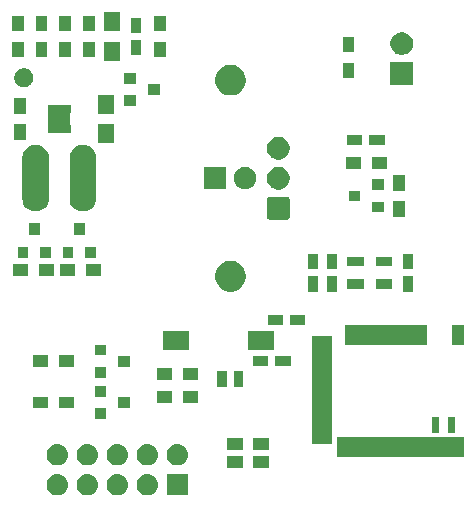
<source format=gts>
G04 #@! TF.GenerationSoftware,KiCad,Pcbnew,(5.1.0)-1*
G04 #@! TF.CreationDate,2019-04-11T16:46:24+05:30*
G04 #@! TF.ProjectId,senseBe_rev3_main,73656e73-6542-4655-9f72-6576335f6d61,rev?*
G04 #@! TF.SameCoordinates,Original*
G04 #@! TF.FileFunction,Soldermask,Top*
G04 #@! TF.FilePolarity,Negative*
%FSLAX46Y46*%
G04 Gerber Fmt 4.6, Leading zero omitted, Abs format (unit mm)*
G04 Created by KiCad (PCBNEW (5.1.0)-1) date 2019-04-11 16:46:24*
%MOMM*%
%LPD*%
G04 APERTURE LIST*
%ADD10C,0.100000*%
G04 APERTURE END LIST*
D10*
G36*
X26401000Y-52851000D02*
G01*
X24599000Y-52851000D01*
X24599000Y-51049000D01*
X26401000Y-51049000D01*
X26401000Y-52851000D01*
X26401000Y-52851000D01*
G37*
G36*
X15450442Y-51055518D02*
G01*
X15516627Y-51062037D01*
X15686466Y-51113557D01*
X15842991Y-51197222D01*
X15878729Y-51226552D01*
X15980186Y-51309814D01*
X16063448Y-51411271D01*
X16092778Y-51447009D01*
X16176443Y-51603534D01*
X16227963Y-51773373D01*
X16245359Y-51950000D01*
X16227963Y-52126627D01*
X16176443Y-52296466D01*
X16092778Y-52452991D01*
X16063448Y-52488729D01*
X15980186Y-52590186D01*
X15878729Y-52673448D01*
X15842991Y-52702778D01*
X15686466Y-52786443D01*
X15516627Y-52837963D01*
X15450443Y-52844481D01*
X15384260Y-52851000D01*
X15295740Y-52851000D01*
X15229557Y-52844481D01*
X15163373Y-52837963D01*
X14993534Y-52786443D01*
X14837009Y-52702778D01*
X14801271Y-52673448D01*
X14699814Y-52590186D01*
X14616552Y-52488729D01*
X14587222Y-52452991D01*
X14503557Y-52296466D01*
X14452037Y-52126627D01*
X14434641Y-51950000D01*
X14452037Y-51773373D01*
X14503557Y-51603534D01*
X14587222Y-51447009D01*
X14616552Y-51411271D01*
X14699814Y-51309814D01*
X14801271Y-51226552D01*
X14837009Y-51197222D01*
X14993534Y-51113557D01*
X15163373Y-51062037D01*
X15229558Y-51055518D01*
X15295740Y-51049000D01*
X15384260Y-51049000D01*
X15450442Y-51055518D01*
X15450442Y-51055518D01*
G37*
G36*
X17990442Y-51055518D02*
G01*
X18056627Y-51062037D01*
X18226466Y-51113557D01*
X18382991Y-51197222D01*
X18418729Y-51226552D01*
X18520186Y-51309814D01*
X18603448Y-51411271D01*
X18632778Y-51447009D01*
X18716443Y-51603534D01*
X18767963Y-51773373D01*
X18785359Y-51950000D01*
X18767963Y-52126627D01*
X18716443Y-52296466D01*
X18632778Y-52452991D01*
X18603448Y-52488729D01*
X18520186Y-52590186D01*
X18418729Y-52673448D01*
X18382991Y-52702778D01*
X18226466Y-52786443D01*
X18056627Y-52837963D01*
X17990443Y-52844481D01*
X17924260Y-52851000D01*
X17835740Y-52851000D01*
X17769557Y-52844481D01*
X17703373Y-52837963D01*
X17533534Y-52786443D01*
X17377009Y-52702778D01*
X17341271Y-52673448D01*
X17239814Y-52590186D01*
X17156552Y-52488729D01*
X17127222Y-52452991D01*
X17043557Y-52296466D01*
X16992037Y-52126627D01*
X16974641Y-51950000D01*
X16992037Y-51773373D01*
X17043557Y-51603534D01*
X17127222Y-51447009D01*
X17156552Y-51411271D01*
X17239814Y-51309814D01*
X17341271Y-51226552D01*
X17377009Y-51197222D01*
X17533534Y-51113557D01*
X17703373Y-51062037D01*
X17769558Y-51055518D01*
X17835740Y-51049000D01*
X17924260Y-51049000D01*
X17990442Y-51055518D01*
X17990442Y-51055518D01*
G37*
G36*
X23070442Y-51055518D02*
G01*
X23136627Y-51062037D01*
X23306466Y-51113557D01*
X23462991Y-51197222D01*
X23498729Y-51226552D01*
X23600186Y-51309814D01*
X23683448Y-51411271D01*
X23712778Y-51447009D01*
X23796443Y-51603534D01*
X23847963Y-51773373D01*
X23865359Y-51950000D01*
X23847963Y-52126627D01*
X23796443Y-52296466D01*
X23712778Y-52452991D01*
X23683448Y-52488729D01*
X23600186Y-52590186D01*
X23498729Y-52673448D01*
X23462991Y-52702778D01*
X23306466Y-52786443D01*
X23136627Y-52837963D01*
X23070443Y-52844481D01*
X23004260Y-52851000D01*
X22915740Y-52851000D01*
X22849557Y-52844481D01*
X22783373Y-52837963D01*
X22613534Y-52786443D01*
X22457009Y-52702778D01*
X22421271Y-52673448D01*
X22319814Y-52590186D01*
X22236552Y-52488729D01*
X22207222Y-52452991D01*
X22123557Y-52296466D01*
X22072037Y-52126627D01*
X22054641Y-51950000D01*
X22072037Y-51773373D01*
X22123557Y-51603534D01*
X22207222Y-51447009D01*
X22236552Y-51411271D01*
X22319814Y-51309814D01*
X22421271Y-51226552D01*
X22457009Y-51197222D01*
X22613534Y-51113557D01*
X22783373Y-51062037D01*
X22849558Y-51055518D01*
X22915740Y-51049000D01*
X23004260Y-51049000D01*
X23070442Y-51055518D01*
X23070442Y-51055518D01*
G37*
G36*
X20530442Y-51055518D02*
G01*
X20596627Y-51062037D01*
X20766466Y-51113557D01*
X20922991Y-51197222D01*
X20958729Y-51226552D01*
X21060186Y-51309814D01*
X21143448Y-51411271D01*
X21172778Y-51447009D01*
X21256443Y-51603534D01*
X21307963Y-51773373D01*
X21325359Y-51950000D01*
X21307963Y-52126627D01*
X21256443Y-52296466D01*
X21172778Y-52452991D01*
X21143448Y-52488729D01*
X21060186Y-52590186D01*
X20958729Y-52673448D01*
X20922991Y-52702778D01*
X20766466Y-52786443D01*
X20596627Y-52837963D01*
X20530443Y-52844481D01*
X20464260Y-52851000D01*
X20375740Y-52851000D01*
X20309557Y-52844481D01*
X20243373Y-52837963D01*
X20073534Y-52786443D01*
X19917009Y-52702778D01*
X19881271Y-52673448D01*
X19779814Y-52590186D01*
X19696552Y-52488729D01*
X19667222Y-52452991D01*
X19583557Y-52296466D01*
X19532037Y-52126627D01*
X19514641Y-51950000D01*
X19532037Y-51773373D01*
X19583557Y-51603534D01*
X19667222Y-51447009D01*
X19696552Y-51411271D01*
X19779814Y-51309814D01*
X19881271Y-51226552D01*
X19917009Y-51197222D01*
X20073534Y-51113557D01*
X20243373Y-51062037D01*
X20309558Y-51055518D01*
X20375740Y-51049000D01*
X20464260Y-51049000D01*
X20530442Y-51055518D01*
X20530442Y-51055518D01*
G37*
G36*
X33251000Y-50501000D02*
G01*
X31949000Y-50501000D01*
X31949000Y-49499000D01*
X33251000Y-49499000D01*
X33251000Y-50501000D01*
X33251000Y-50501000D01*
G37*
G36*
X31051000Y-50501000D02*
G01*
X29749000Y-50501000D01*
X29749000Y-49499000D01*
X31051000Y-49499000D01*
X31051000Y-50501000D01*
X31051000Y-50501000D01*
G37*
G36*
X20530443Y-48515519D02*
G01*
X20596627Y-48522037D01*
X20766466Y-48573557D01*
X20922991Y-48657222D01*
X20958729Y-48686552D01*
X21060186Y-48769814D01*
X21143448Y-48871271D01*
X21172778Y-48907009D01*
X21256443Y-49063534D01*
X21307963Y-49233373D01*
X21325359Y-49410000D01*
X21307963Y-49586627D01*
X21256443Y-49756466D01*
X21172778Y-49912991D01*
X21143448Y-49948729D01*
X21060186Y-50050186D01*
X20958729Y-50133448D01*
X20922991Y-50162778D01*
X20766466Y-50246443D01*
X20596627Y-50297963D01*
X20530442Y-50304482D01*
X20464260Y-50311000D01*
X20375740Y-50311000D01*
X20309558Y-50304482D01*
X20243373Y-50297963D01*
X20073534Y-50246443D01*
X19917009Y-50162778D01*
X19881271Y-50133448D01*
X19779814Y-50050186D01*
X19696552Y-49948729D01*
X19667222Y-49912991D01*
X19583557Y-49756466D01*
X19532037Y-49586627D01*
X19514641Y-49410000D01*
X19532037Y-49233373D01*
X19583557Y-49063534D01*
X19667222Y-48907009D01*
X19696552Y-48871271D01*
X19779814Y-48769814D01*
X19881271Y-48686552D01*
X19917009Y-48657222D01*
X20073534Y-48573557D01*
X20243373Y-48522037D01*
X20309557Y-48515519D01*
X20375740Y-48509000D01*
X20464260Y-48509000D01*
X20530443Y-48515519D01*
X20530443Y-48515519D01*
G37*
G36*
X25610443Y-48515519D02*
G01*
X25676627Y-48522037D01*
X25846466Y-48573557D01*
X26002991Y-48657222D01*
X26038729Y-48686552D01*
X26140186Y-48769814D01*
X26223448Y-48871271D01*
X26252778Y-48907009D01*
X26336443Y-49063534D01*
X26387963Y-49233373D01*
X26405359Y-49410000D01*
X26387963Y-49586627D01*
X26336443Y-49756466D01*
X26252778Y-49912991D01*
X26223448Y-49948729D01*
X26140186Y-50050186D01*
X26038729Y-50133448D01*
X26002991Y-50162778D01*
X25846466Y-50246443D01*
X25676627Y-50297963D01*
X25610442Y-50304482D01*
X25544260Y-50311000D01*
X25455740Y-50311000D01*
X25389558Y-50304482D01*
X25323373Y-50297963D01*
X25153534Y-50246443D01*
X24997009Y-50162778D01*
X24961271Y-50133448D01*
X24859814Y-50050186D01*
X24776552Y-49948729D01*
X24747222Y-49912991D01*
X24663557Y-49756466D01*
X24612037Y-49586627D01*
X24594641Y-49410000D01*
X24612037Y-49233373D01*
X24663557Y-49063534D01*
X24747222Y-48907009D01*
X24776552Y-48871271D01*
X24859814Y-48769814D01*
X24961271Y-48686552D01*
X24997009Y-48657222D01*
X25153534Y-48573557D01*
X25323373Y-48522037D01*
X25389557Y-48515519D01*
X25455740Y-48509000D01*
X25544260Y-48509000D01*
X25610443Y-48515519D01*
X25610443Y-48515519D01*
G37*
G36*
X23070443Y-48515519D02*
G01*
X23136627Y-48522037D01*
X23306466Y-48573557D01*
X23462991Y-48657222D01*
X23498729Y-48686552D01*
X23600186Y-48769814D01*
X23683448Y-48871271D01*
X23712778Y-48907009D01*
X23796443Y-49063534D01*
X23847963Y-49233373D01*
X23865359Y-49410000D01*
X23847963Y-49586627D01*
X23796443Y-49756466D01*
X23712778Y-49912991D01*
X23683448Y-49948729D01*
X23600186Y-50050186D01*
X23498729Y-50133448D01*
X23462991Y-50162778D01*
X23306466Y-50246443D01*
X23136627Y-50297963D01*
X23070442Y-50304482D01*
X23004260Y-50311000D01*
X22915740Y-50311000D01*
X22849558Y-50304482D01*
X22783373Y-50297963D01*
X22613534Y-50246443D01*
X22457009Y-50162778D01*
X22421271Y-50133448D01*
X22319814Y-50050186D01*
X22236552Y-49948729D01*
X22207222Y-49912991D01*
X22123557Y-49756466D01*
X22072037Y-49586627D01*
X22054641Y-49410000D01*
X22072037Y-49233373D01*
X22123557Y-49063534D01*
X22207222Y-48907009D01*
X22236552Y-48871271D01*
X22319814Y-48769814D01*
X22421271Y-48686552D01*
X22457009Y-48657222D01*
X22613534Y-48573557D01*
X22783373Y-48522037D01*
X22849557Y-48515519D01*
X22915740Y-48509000D01*
X23004260Y-48509000D01*
X23070443Y-48515519D01*
X23070443Y-48515519D01*
G37*
G36*
X17990443Y-48515519D02*
G01*
X18056627Y-48522037D01*
X18226466Y-48573557D01*
X18382991Y-48657222D01*
X18418729Y-48686552D01*
X18520186Y-48769814D01*
X18603448Y-48871271D01*
X18632778Y-48907009D01*
X18716443Y-49063534D01*
X18767963Y-49233373D01*
X18785359Y-49410000D01*
X18767963Y-49586627D01*
X18716443Y-49756466D01*
X18632778Y-49912991D01*
X18603448Y-49948729D01*
X18520186Y-50050186D01*
X18418729Y-50133448D01*
X18382991Y-50162778D01*
X18226466Y-50246443D01*
X18056627Y-50297963D01*
X17990442Y-50304482D01*
X17924260Y-50311000D01*
X17835740Y-50311000D01*
X17769558Y-50304482D01*
X17703373Y-50297963D01*
X17533534Y-50246443D01*
X17377009Y-50162778D01*
X17341271Y-50133448D01*
X17239814Y-50050186D01*
X17156552Y-49948729D01*
X17127222Y-49912991D01*
X17043557Y-49756466D01*
X16992037Y-49586627D01*
X16974641Y-49410000D01*
X16992037Y-49233373D01*
X17043557Y-49063534D01*
X17127222Y-48907009D01*
X17156552Y-48871271D01*
X17239814Y-48769814D01*
X17341271Y-48686552D01*
X17377009Y-48657222D01*
X17533534Y-48573557D01*
X17703373Y-48522037D01*
X17769557Y-48515519D01*
X17835740Y-48509000D01*
X17924260Y-48509000D01*
X17990443Y-48515519D01*
X17990443Y-48515519D01*
G37*
G36*
X15450443Y-48515519D02*
G01*
X15516627Y-48522037D01*
X15686466Y-48573557D01*
X15842991Y-48657222D01*
X15878729Y-48686552D01*
X15980186Y-48769814D01*
X16063448Y-48871271D01*
X16092778Y-48907009D01*
X16176443Y-49063534D01*
X16227963Y-49233373D01*
X16245359Y-49410000D01*
X16227963Y-49586627D01*
X16176443Y-49756466D01*
X16092778Y-49912991D01*
X16063448Y-49948729D01*
X15980186Y-50050186D01*
X15878729Y-50133448D01*
X15842991Y-50162778D01*
X15686466Y-50246443D01*
X15516627Y-50297963D01*
X15450442Y-50304482D01*
X15384260Y-50311000D01*
X15295740Y-50311000D01*
X15229558Y-50304482D01*
X15163373Y-50297963D01*
X14993534Y-50246443D01*
X14837009Y-50162778D01*
X14801271Y-50133448D01*
X14699814Y-50050186D01*
X14616552Y-49948729D01*
X14587222Y-49912991D01*
X14503557Y-49756466D01*
X14452037Y-49586627D01*
X14434641Y-49410000D01*
X14452037Y-49233373D01*
X14503557Y-49063534D01*
X14587222Y-48907009D01*
X14616552Y-48871271D01*
X14699814Y-48769814D01*
X14801271Y-48686552D01*
X14837009Y-48657222D01*
X14993534Y-48573557D01*
X15163373Y-48522037D01*
X15229557Y-48515519D01*
X15295740Y-48509000D01*
X15384260Y-48509000D01*
X15450443Y-48515519D01*
X15450443Y-48515519D01*
G37*
G36*
X49801000Y-49601000D02*
G01*
X38999000Y-49601000D01*
X38999000Y-47899000D01*
X49801000Y-47899000D01*
X49801000Y-49601000D01*
X49801000Y-49601000D01*
G37*
G36*
X33251000Y-49001000D02*
G01*
X31949000Y-49001000D01*
X31949000Y-47999000D01*
X33251000Y-47999000D01*
X33251000Y-49001000D01*
X33251000Y-49001000D01*
G37*
G36*
X31051000Y-49001000D02*
G01*
X29749000Y-49001000D01*
X29749000Y-47999000D01*
X31051000Y-47999000D01*
X31051000Y-49001000D01*
X31051000Y-49001000D01*
G37*
G36*
X38601000Y-48501000D02*
G01*
X36899000Y-48501000D01*
X36899000Y-39399000D01*
X38601000Y-39399000D01*
X38601000Y-48501000D01*
X38601000Y-48501000D01*
G37*
G36*
X47651000Y-47551000D02*
G01*
X47049000Y-47551000D01*
X47049000Y-46249000D01*
X47651000Y-46249000D01*
X47651000Y-47551000D01*
X47651000Y-47551000D01*
G37*
G36*
X49051000Y-47551000D02*
G01*
X48449000Y-47551000D01*
X48449000Y-46249000D01*
X49051000Y-46249000D01*
X49051000Y-47551000D01*
X49051000Y-47551000D01*
G37*
G36*
X19501000Y-46401000D02*
G01*
X18499000Y-46401000D01*
X18499000Y-45499000D01*
X19501000Y-45499000D01*
X19501000Y-46401000D01*
X19501000Y-46401000D01*
G37*
G36*
X16751000Y-45501000D02*
G01*
X15449000Y-45501000D01*
X15449000Y-44499000D01*
X16751000Y-44499000D01*
X16751000Y-45501000D01*
X16751000Y-45501000D01*
G37*
G36*
X14551000Y-45501000D02*
G01*
X13249000Y-45501000D01*
X13249000Y-44499000D01*
X14551000Y-44499000D01*
X14551000Y-45501000D01*
X14551000Y-45501000D01*
G37*
G36*
X21501000Y-45451000D02*
G01*
X20499000Y-45451000D01*
X20499000Y-44549000D01*
X21501000Y-44549000D01*
X21501000Y-45451000D01*
X21501000Y-45451000D01*
G37*
G36*
X27251000Y-45001000D02*
G01*
X25949000Y-45001000D01*
X25949000Y-43999000D01*
X27251000Y-43999000D01*
X27251000Y-45001000D01*
X27251000Y-45001000D01*
G37*
G36*
X25051000Y-45001000D02*
G01*
X23749000Y-45001000D01*
X23749000Y-43999000D01*
X25051000Y-43999000D01*
X25051000Y-45001000D01*
X25051000Y-45001000D01*
G37*
G36*
X19501000Y-44501000D02*
G01*
X18499000Y-44501000D01*
X18499000Y-43599000D01*
X19501000Y-43599000D01*
X19501000Y-44501000D01*
X19501000Y-44501000D01*
G37*
G36*
X31101000Y-43701000D02*
G01*
X30299000Y-43701000D01*
X30299000Y-42299000D01*
X31101000Y-42299000D01*
X31101000Y-43701000D01*
X31101000Y-43701000D01*
G37*
G36*
X29701000Y-43701000D02*
G01*
X28899000Y-43701000D01*
X28899000Y-42299000D01*
X29701000Y-42299000D01*
X29701000Y-43701000D01*
X29701000Y-43701000D01*
G37*
G36*
X27251000Y-43101000D02*
G01*
X25949000Y-43101000D01*
X25949000Y-42099000D01*
X27251000Y-42099000D01*
X27251000Y-43101000D01*
X27251000Y-43101000D01*
G37*
G36*
X25051000Y-43101000D02*
G01*
X23749000Y-43101000D01*
X23749000Y-42099000D01*
X25051000Y-42099000D01*
X25051000Y-43101000D01*
X25051000Y-43101000D01*
G37*
G36*
X19501000Y-42901000D02*
G01*
X18499000Y-42901000D01*
X18499000Y-41999000D01*
X19501000Y-41999000D01*
X19501000Y-42901000D01*
X19501000Y-42901000D01*
G37*
G36*
X16751000Y-42001000D02*
G01*
X15449000Y-42001000D01*
X15449000Y-40999000D01*
X16751000Y-40999000D01*
X16751000Y-42001000D01*
X16751000Y-42001000D01*
G37*
G36*
X14551000Y-42001000D02*
G01*
X13249000Y-42001000D01*
X13249000Y-40999000D01*
X14551000Y-40999000D01*
X14551000Y-42001000D01*
X14551000Y-42001000D01*
G37*
G36*
X21501000Y-41951000D02*
G01*
X20499000Y-41951000D01*
X20499000Y-41049000D01*
X21501000Y-41049000D01*
X21501000Y-41951000D01*
X21501000Y-41951000D01*
G37*
G36*
X35101000Y-41926000D02*
G01*
X33799000Y-41926000D01*
X33799000Y-41074000D01*
X35101000Y-41074000D01*
X35101000Y-41926000D01*
X35101000Y-41926000D01*
G37*
G36*
X33201000Y-41926000D02*
G01*
X31899000Y-41926000D01*
X31899000Y-41074000D01*
X33201000Y-41074000D01*
X33201000Y-41926000D01*
X33201000Y-41926000D01*
G37*
G36*
X19501000Y-41001000D02*
G01*
X18499000Y-41001000D01*
X18499000Y-40099000D01*
X19501000Y-40099000D01*
X19501000Y-41001000D01*
X19501000Y-41001000D01*
G37*
G36*
X33701000Y-40551000D02*
G01*
X31499000Y-40551000D01*
X31499000Y-38949000D01*
X33701000Y-38949000D01*
X33701000Y-40551000D01*
X33701000Y-40551000D01*
G37*
G36*
X26501000Y-40551000D02*
G01*
X24299000Y-40551000D01*
X24299000Y-38949000D01*
X26501000Y-38949000D01*
X26501000Y-40551000D01*
X26501000Y-40551000D01*
G37*
G36*
X46601000Y-40101000D02*
G01*
X39699000Y-40101000D01*
X39699000Y-38399000D01*
X46601000Y-38399000D01*
X46601000Y-40101000D01*
X46601000Y-40101000D01*
G37*
G36*
X49801000Y-40101000D02*
G01*
X48799000Y-40101000D01*
X48799000Y-38399000D01*
X49801000Y-38399000D01*
X49801000Y-40101000D01*
X49801000Y-40101000D01*
G37*
G36*
X34451000Y-38426000D02*
G01*
X33149000Y-38426000D01*
X33149000Y-37574000D01*
X34451000Y-37574000D01*
X34451000Y-38426000D01*
X34451000Y-38426000D01*
G37*
G36*
X36351000Y-38426000D02*
G01*
X35049000Y-38426000D01*
X35049000Y-37574000D01*
X36351000Y-37574000D01*
X36351000Y-38426000D01*
X36351000Y-38426000D01*
G37*
G36*
X37426000Y-35601000D02*
G01*
X36574000Y-35601000D01*
X36574000Y-34299000D01*
X37426000Y-34299000D01*
X37426000Y-35601000D01*
X37426000Y-35601000D01*
G37*
G36*
X45426000Y-35601000D02*
G01*
X44574000Y-35601000D01*
X44574000Y-34299000D01*
X45426000Y-34299000D01*
X45426000Y-35601000D01*
X45426000Y-35601000D01*
G37*
G36*
X39026000Y-35601000D02*
G01*
X38174000Y-35601000D01*
X38174000Y-34299000D01*
X39026000Y-34299000D01*
X39026000Y-35601000D01*
X39026000Y-35601000D01*
G37*
G36*
X30379487Y-33048996D02*
G01*
X30616253Y-33147068D01*
X30616255Y-33147069D01*
X30829339Y-33289447D01*
X31010553Y-33470661D01*
X31152932Y-33683747D01*
X31251004Y-33920513D01*
X31301000Y-34171861D01*
X31301000Y-34428139D01*
X31251004Y-34679487D01*
X31152932Y-34916253D01*
X31152931Y-34916255D01*
X31010553Y-35129339D01*
X30829339Y-35310553D01*
X30616255Y-35452931D01*
X30616254Y-35452932D01*
X30616253Y-35452932D01*
X30379487Y-35551004D01*
X30128139Y-35601000D01*
X29871861Y-35601000D01*
X29620513Y-35551004D01*
X29383747Y-35452932D01*
X29383746Y-35452932D01*
X29383745Y-35452931D01*
X29170661Y-35310553D01*
X28989447Y-35129339D01*
X28847069Y-34916255D01*
X28847068Y-34916253D01*
X28748996Y-34679487D01*
X28699000Y-34428139D01*
X28699000Y-34171861D01*
X28748996Y-33920513D01*
X28847068Y-33683747D01*
X28989447Y-33470661D01*
X29170661Y-33289447D01*
X29383745Y-33147069D01*
X29383747Y-33147068D01*
X29620513Y-33048996D01*
X29871861Y-32999000D01*
X30128139Y-32999000D01*
X30379487Y-33048996D01*
X30379487Y-33048996D01*
G37*
G36*
X43701000Y-35351000D02*
G01*
X42299000Y-35351000D01*
X42299000Y-34549000D01*
X43701000Y-34549000D01*
X43701000Y-35351000D01*
X43701000Y-35351000D01*
G37*
G36*
X41301000Y-35351000D02*
G01*
X39899000Y-35351000D01*
X39899000Y-34549000D01*
X41301000Y-34549000D01*
X41301000Y-35351000D01*
X41301000Y-35351000D01*
G37*
G36*
X16851000Y-34301000D02*
G01*
X15549000Y-34301000D01*
X15549000Y-33299000D01*
X16851000Y-33299000D01*
X16851000Y-34301000D01*
X16851000Y-34301000D01*
G37*
G36*
X15051000Y-34301000D02*
G01*
X13749000Y-34301000D01*
X13749000Y-33299000D01*
X15051000Y-33299000D01*
X15051000Y-34301000D01*
X15051000Y-34301000D01*
G37*
G36*
X12851000Y-34301000D02*
G01*
X11549000Y-34301000D01*
X11549000Y-33299000D01*
X12851000Y-33299000D01*
X12851000Y-34301000D01*
X12851000Y-34301000D01*
G37*
G36*
X19051000Y-34301000D02*
G01*
X17749000Y-34301000D01*
X17749000Y-33299000D01*
X19051000Y-33299000D01*
X19051000Y-34301000D01*
X19051000Y-34301000D01*
G37*
G36*
X39026000Y-33701000D02*
G01*
X38174000Y-33701000D01*
X38174000Y-32399000D01*
X39026000Y-32399000D01*
X39026000Y-33701000D01*
X39026000Y-33701000D01*
G37*
G36*
X37426000Y-33701000D02*
G01*
X36574000Y-33701000D01*
X36574000Y-32399000D01*
X37426000Y-32399000D01*
X37426000Y-33701000D01*
X37426000Y-33701000D01*
G37*
G36*
X45426000Y-33701000D02*
G01*
X44574000Y-33701000D01*
X44574000Y-32399000D01*
X45426000Y-32399000D01*
X45426000Y-33701000D01*
X45426000Y-33701000D01*
G37*
G36*
X41301000Y-33451000D02*
G01*
X39899000Y-33451000D01*
X39899000Y-32649000D01*
X41301000Y-32649000D01*
X41301000Y-33451000D01*
X41301000Y-33451000D01*
G37*
G36*
X43701000Y-33451000D02*
G01*
X42299000Y-33451000D01*
X42299000Y-32649000D01*
X43701000Y-32649000D01*
X43701000Y-33451000D01*
X43701000Y-33451000D01*
G37*
G36*
X18601000Y-32801000D02*
G01*
X17699000Y-32801000D01*
X17699000Y-31799000D01*
X18601000Y-31799000D01*
X18601000Y-32801000D01*
X18601000Y-32801000D01*
G37*
G36*
X16701000Y-32801000D02*
G01*
X15799000Y-32801000D01*
X15799000Y-31799000D01*
X16701000Y-31799000D01*
X16701000Y-32801000D01*
X16701000Y-32801000D01*
G37*
G36*
X14801000Y-32801000D02*
G01*
X13899000Y-32801000D01*
X13899000Y-31799000D01*
X14801000Y-31799000D01*
X14801000Y-32801000D01*
X14801000Y-32801000D01*
G37*
G36*
X12901000Y-32801000D02*
G01*
X11999000Y-32801000D01*
X11999000Y-31799000D01*
X12901000Y-31799000D01*
X12901000Y-32801000D01*
X12901000Y-32801000D01*
G37*
G36*
X13851000Y-30801000D02*
G01*
X12949000Y-30801000D01*
X12949000Y-29799000D01*
X13851000Y-29799000D01*
X13851000Y-30801000D01*
X13851000Y-30801000D01*
G37*
G36*
X17651000Y-30801000D02*
G01*
X16749000Y-30801000D01*
X16749000Y-29799000D01*
X17651000Y-29799000D01*
X17651000Y-30801000D01*
X17651000Y-30801000D01*
G37*
G36*
X34860723Y-27602939D02*
G01*
X34893280Y-27612815D01*
X34923276Y-27628848D01*
X34949572Y-27650428D01*
X34971152Y-27676724D01*
X34987185Y-27706720D01*
X34997061Y-27739277D01*
X35001000Y-27779269D01*
X35001000Y-29320731D01*
X34997061Y-29360723D01*
X34987185Y-29393280D01*
X34971152Y-29423276D01*
X34949572Y-29449572D01*
X34923276Y-29471152D01*
X34893280Y-29487185D01*
X34860723Y-29497061D01*
X34820731Y-29501000D01*
X33279269Y-29501000D01*
X33239277Y-29497061D01*
X33206720Y-29487185D01*
X33176724Y-29471152D01*
X33150428Y-29449572D01*
X33128848Y-29423276D01*
X33112815Y-29393280D01*
X33102939Y-29360723D01*
X33099000Y-29320731D01*
X33099000Y-27779269D01*
X33102939Y-27739277D01*
X33112815Y-27706720D01*
X33128848Y-27676724D01*
X33150428Y-27650428D01*
X33176724Y-27628848D01*
X33206720Y-27612815D01*
X33239277Y-27602939D01*
X33279269Y-27599000D01*
X34820731Y-27599000D01*
X34860723Y-27602939D01*
X34860723Y-27602939D01*
G37*
G36*
X44751000Y-29251000D02*
G01*
X43749000Y-29251000D01*
X43749000Y-27949000D01*
X44751000Y-27949000D01*
X44751000Y-29251000D01*
X44751000Y-29251000D01*
G37*
G36*
X43001000Y-28901000D02*
G01*
X41999000Y-28901000D01*
X41999000Y-27999000D01*
X43001000Y-27999000D01*
X43001000Y-28901000D01*
X43001000Y-28901000D01*
G37*
G36*
X17790038Y-23219546D02*
G01*
X17984731Y-23278606D01*
X18164154Y-23374509D01*
X18321424Y-23503576D01*
X18450491Y-23660846D01*
X18546394Y-23840269D01*
X18605454Y-24034962D01*
X18626000Y-24243570D01*
X18626000Y-27756430D01*
X18605454Y-27965038D01*
X18546394Y-28159731D01*
X18450491Y-28339154D01*
X18321424Y-28496424D01*
X18164154Y-28625491D01*
X17984731Y-28721394D01*
X17790038Y-28780454D01*
X17581430Y-28801000D01*
X17418570Y-28801000D01*
X17209962Y-28780454D01*
X17015269Y-28721394D01*
X16835846Y-28625491D01*
X16678576Y-28496424D01*
X16549509Y-28339154D01*
X16453606Y-28159731D01*
X16394546Y-27965038D01*
X16374000Y-27756430D01*
X16374000Y-24243570D01*
X16394546Y-24034962D01*
X16453606Y-23840269D01*
X16549509Y-23660846D01*
X16678576Y-23503576D01*
X16835846Y-23374509D01*
X17015269Y-23278606D01*
X17209962Y-23219546D01*
X17418570Y-23199000D01*
X17581430Y-23199000D01*
X17790038Y-23219546D01*
X17790038Y-23219546D01*
G37*
G36*
X13790038Y-23219546D02*
G01*
X13984731Y-23278606D01*
X14164154Y-23374509D01*
X14321424Y-23503576D01*
X14450491Y-23660846D01*
X14546394Y-23840269D01*
X14605454Y-24034962D01*
X14626000Y-24243570D01*
X14626000Y-27756430D01*
X14605454Y-27965038D01*
X14546394Y-28159731D01*
X14450491Y-28339154D01*
X14321424Y-28496424D01*
X14164154Y-28625491D01*
X13984731Y-28721394D01*
X13790038Y-28780454D01*
X13581430Y-28801000D01*
X13418570Y-28801000D01*
X13209962Y-28780454D01*
X13015269Y-28721394D01*
X12835846Y-28625491D01*
X12678576Y-28496424D01*
X12549509Y-28339154D01*
X12453606Y-28159731D01*
X12394546Y-27965038D01*
X12374000Y-27756430D01*
X12374000Y-24243570D01*
X12394546Y-24034962D01*
X12453606Y-23840269D01*
X12549509Y-23660846D01*
X12678576Y-23503576D01*
X12835846Y-23374509D01*
X13015269Y-23278606D01*
X13209962Y-23219546D01*
X13418570Y-23199000D01*
X13581430Y-23199000D01*
X13790038Y-23219546D01*
X13790038Y-23219546D01*
G37*
G36*
X41001000Y-27951000D02*
G01*
X39999000Y-27951000D01*
X39999000Y-27049000D01*
X41001000Y-27049000D01*
X41001000Y-27951000D01*
X41001000Y-27951000D01*
G37*
G36*
X44751000Y-27051000D02*
G01*
X43749000Y-27051000D01*
X43749000Y-25749000D01*
X44751000Y-25749000D01*
X44751000Y-27051000D01*
X44751000Y-27051000D01*
G37*
G36*
X43001000Y-27001000D02*
G01*
X41999000Y-27001000D01*
X41999000Y-26099000D01*
X43001000Y-26099000D01*
X43001000Y-27001000D01*
X43001000Y-27001000D01*
G37*
G36*
X34327395Y-25095546D02*
G01*
X34500466Y-25167234D01*
X34500467Y-25167235D01*
X34656227Y-25271310D01*
X34788690Y-25403773D01*
X34788691Y-25403775D01*
X34892766Y-25559534D01*
X34964454Y-25732605D01*
X35001000Y-25916333D01*
X35001000Y-26103667D01*
X34964454Y-26287395D01*
X34892766Y-26460466D01*
X34892765Y-26460467D01*
X34788690Y-26616227D01*
X34656227Y-26748690D01*
X34577818Y-26801081D01*
X34500466Y-26852766D01*
X34327395Y-26924454D01*
X34143667Y-26961000D01*
X33956333Y-26961000D01*
X33772605Y-26924454D01*
X33599534Y-26852766D01*
X33522182Y-26801081D01*
X33443773Y-26748690D01*
X33311310Y-26616227D01*
X33207235Y-26460467D01*
X33207234Y-26460466D01*
X33135546Y-26287395D01*
X33099000Y-26103667D01*
X33099000Y-25916333D01*
X33135546Y-25732605D01*
X33207234Y-25559534D01*
X33311309Y-25403775D01*
X33311310Y-25403773D01*
X33443773Y-25271310D01*
X33599533Y-25167235D01*
X33599534Y-25167234D01*
X33772605Y-25095546D01*
X33956333Y-25059000D01*
X34143667Y-25059000D01*
X34327395Y-25095546D01*
X34327395Y-25095546D01*
G37*
G36*
X29651000Y-26951000D02*
G01*
X27749000Y-26951000D01*
X27749000Y-25049000D01*
X29651000Y-25049000D01*
X29651000Y-26951000D01*
X29651000Y-26951000D01*
G37*
G36*
X31517395Y-25085546D02*
G01*
X31690466Y-25157234D01*
X31767818Y-25208919D01*
X31846227Y-25261310D01*
X31978690Y-25393773D01*
X31985373Y-25403775D01*
X32082766Y-25549534D01*
X32154454Y-25722605D01*
X32191000Y-25906333D01*
X32191000Y-26093667D01*
X32154454Y-26277395D01*
X32082766Y-26450466D01*
X32031081Y-26527818D01*
X31978690Y-26606227D01*
X31846227Y-26738690D01*
X31831259Y-26748691D01*
X31690466Y-26842766D01*
X31517395Y-26914454D01*
X31333667Y-26951000D01*
X31146333Y-26951000D01*
X30962605Y-26914454D01*
X30789534Y-26842766D01*
X30648741Y-26748691D01*
X30633773Y-26738690D01*
X30501310Y-26606227D01*
X30448919Y-26527818D01*
X30397234Y-26450466D01*
X30325546Y-26277395D01*
X30289000Y-26093667D01*
X30289000Y-25906333D01*
X30325546Y-25722605D01*
X30397234Y-25549534D01*
X30494627Y-25403775D01*
X30501310Y-25393773D01*
X30633773Y-25261310D01*
X30712182Y-25208919D01*
X30789534Y-25157234D01*
X30962605Y-25085546D01*
X31146333Y-25049000D01*
X31333667Y-25049000D01*
X31517395Y-25085546D01*
X31517395Y-25085546D01*
G37*
G36*
X43251000Y-25251000D02*
G01*
X41949000Y-25251000D01*
X41949000Y-24249000D01*
X43251000Y-24249000D01*
X43251000Y-25251000D01*
X43251000Y-25251000D01*
G37*
G36*
X41051000Y-25251000D02*
G01*
X39749000Y-25251000D01*
X39749000Y-24249000D01*
X41051000Y-24249000D01*
X41051000Y-25251000D01*
X41051000Y-25251000D01*
G37*
G36*
X34327395Y-22555546D02*
G01*
X34500466Y-22627234D01*
X34500467Y-22627235D01*
X34656227Y-22731310D01*
X34788690Y-22863773D01*
X34788691Y-22863775D01*
X34892766Y-23019534D01*
X34964454Y-23192605D01*
X35001000Y-23376333D01*
X35001000Y-23563667D01*
X34964454Y-23747395D01*
X34892766Y-23920466D01*
X34892765Y-23920467D01*
X34788690Y-24076227D01*
X34656227Y-24208690D01*
X34577818Y-24261081D01*
X34500466Y-24312766D01*
X34327395Y-24384454D01*
X34143667Y-24421000D01*
X33956333Y-24421000D01*
X33772605Y-24384454D01*
X33599534Y-24312766D01*
X33522182Y-24261081D01*
X33443773Y-24208690D01*
X33311310Y-24076227D01*
X33207235Y-23920467D01*
X33207234Y-23920466D01*
X33135546Y-23747395D01*
X33099000Y-23563667D01*
X33099000Y-23376333D01*
X33135546Y-23192605D01*
X33207234Y-23019534D01*
X33311309Y-22863775D01*
X33311310Y-22863773D01*
X33443773Y-22731310D01*
X33599533Y-22627235D01*
X33599534Y-22627234D01*
X33772605Y-22555546D01*
X33956333Y-22519000D01*
X34143667Y-22519000D01*
X34327395Y-22555546D01*
X34327395Y-22555546D01*
G37*
G36*
X41151000Y-23176000D02*
G01*
X39849000Y-23176000D01*
X39849000Y-22324000D01*
X41151000Y-22324000D01*
X41151000Y-23176000D01*
X41151000Y-23176000D01*
G37*
G36*
X43051000Y-23176000D02*
G01*
X41749000Y-23176000D01*
X41749000Y-22324000D01*
X43051000Y-22324000D01*
X43051000Y-23176000D01*
X43051000Y-23176000D01*
G37*
G36*
X20176000Y-23051000D02*
G01*
X18824000Y-23051000D01*
X18824000Y-21449000D01*
X20176000Y-21449000D01*
X20176000Y-23051000D01*
X20176000Y-23051000D01*
G37*
G36*
X12701000Y-22751000D02*
G01*
X11699000Y-22751000D01*
X11699000Y-21449000D01*
X12701000Y-21449000D01*
X12701000Y-22751000D01*
X12701000Y-22751000D01*
G37*
G36*
X16476000Y-20451759D02*
G01*
X16472066Y-20456553D01*
X16460515Y-20478164D01*
X16453402Y-20501613D01*
X16451000Y-20525999D01*
X16451000Y-21474001D01*
X16453402Y-21498387D01*
X16460515Y-21521836D01*
X16472066Y-21543447D01*
X16476000Y-21548241D01*
X16476000Y-22201000D01*
X14524000Y-22201000D01*
X14524000Y-21548241D01*
X14527934Y-21543447D01*
X14539485Y-21521836D01*
X14546598Y-21498387D01*
X14549000Y-21474001D01*
X14549000Y-20525999D01*
X14546598Y-20501613D01*
X14539485Y-20478164D01*
X14527934Y-20456553D01*
X14524000Y-20451759D01*
X14524000Y-19799000D01*
X16476000Y-19799000D01*
X16476000Y-20451759D01*
X16476000Y-20451759D01*
G37*
G36*
X20176000Y-20551000D02*
G01*
X18824000Y-20551000D01*
X18824000Y-18949000D01*
X20176000Y-18949000D01*
X20176000Y-20551000D01*
X20176000Y-20551000D01*
G37*
G36*
X12701000Y-20551000D02*
G01*
X11699000Y-20551000D01*
X11699000Y-19249000D01*
X12701000Y-19249000D01*
X12701000Y-20551000D01*
X12701000Y-20551000D01*
G37*
G36*
X22001000Y-19901000D02*
G01*
X20999000Y-19901000D01*
X20999000Y-18999000D01*
X22001000Y-18999000D01*
X22001000Y-19901000D01*
X22001000Y-19901000D01*
G37*
G36*
X30379487Y-16448996D02*
G01*
X30616253Y-16547068D01*
X30616255Y-16547069D01*
X30829339Y-16689447D01*
X31010553Y-16870661D01*
X31152932Y-17083747D01*
X31251004Y-17320513D01*
X31301000Y-17571861D01*
X31301000Y-17828139D01*
X31251004Y-18079487D01*
X31172000Y-18270218D01*
X31152931Y-18316255D01*
X31010553Y-18529339D01*
X30829339Y-18710553D01*
X30616255Y-18852931D01*
X30616254Y-18852932D01*
X30616253Y-18852932D01*
X30379487Y-18951004D01*
X30128139Y-19001000D01*
X29871861Y-19001000D01*
X29620513Y-18951004D01*
X29383747Y-18852932D01*
X29383746Y-18852932D01*
X29383745Y-18852931D01*
X29170661Y-18710553D01*
X28989447Y-18529339D01*
X28847069Y-18316255D01*
X28828000Y-18270218D01*
X28748996Y-18079487D01*
X28699000Y-17828139D01*
X28699000Y-17571861D01*
X28748996Y-17320513D01*
X28847068Y-17083747D01*
X28989447Y-16870661D01*
X29170661Y-16689447D01*
X29383745Y-16547069D01*
X29383747Y-16547068D01*
X29620513Y-16448996D01*
X29871861Y-16399000D01*
X30128139Y-16399000D01*
X30379487Y-16448996D01*
X30379487Y-16448996D01*
G37*
G36*
X24001000Y-18951000D02*
G01*
X22999000Y-18951000D01*
X22999000Y-18049000D01*
X24001000Y-18049000D01*
X24001000Y-18951000D01*
X24001000Y-18951000D01*
G37*
G36*
X12733642Y-16729781D02*
G01*
X12879414Y-16790162D01*
X12879416Y-16790163D01*
X13010608Y-16877822D01*
X13122178Y-16989392D01*
X13185222Y-17083745D01*
X13209838Y-17120586D01*
X13270219Y-17266358D01*
X13301000Y-17421107D01*
X13301000Y-17578893D01*
X13270219Y-17733642D01*
X13231077Y-17828139D01*
X13209837Y-17879416D01*
X13122178Y-18010608D01*
X13010608Y-18122178D01*
X12879416Y-18209837D01*
X12879415Y-18209838D01*
X12879414Y-18209838D01*
X12733642Y-18270219D01*
X12578893Y-18301000D01*
X12421107Y-18301000D01*
X12266358Y-18270219D01*
X12120586Y-18209838D01*
X12120585Y-18209838D01*
X12120584Y-18209837D01*
X11989392Y-18122178D01*
X11877822Y-18010608D01*
X11790163Y-17879416D01*
X11768923Y-17828139D01*
X11729781Y-17733642D01*
X11699000Y-17578893D01*
X11699000Y-17421107D01*
X11729781Y-17266358D01*
X11790162Y-17120586D01*
X11814778Y-17083745D01*
X11877822Y-16989392D01*
X11989392Y-16877822D01*
X12120584Y-16790163D01*
X12120586Y-16790162D01*
X12266358Y-16729781D01*
X12421107Y-16699000D01*
X12578893Y-16699000D01*
X12733642Y-16729781D01*
X12733642Y-16729781D01*
G37*
G36*
X45451000Y-18101000D02*
G01*
X43549000Y-18101000D01*
X43549000Y-16199000D01*
X45451000Y-16199000D01*
X45451000Y-18101000D01*
X45451000Y-18101000D01*
G37*
G36*
X22001000Y-18001000D02*
G01*
X20999000Y-18001000D01*
X20999000Y-17099000D01*
X22001000Y-17099000D01*
X22001000Y-18001000D01*
X22001000Y-18001000D01*
G37*
G36*
X40501000Y-17551000D02*
G01*
X39499000Y-17551000D01*
X39499000Y-16249000D01*
X40501000Y-16249000D01*
X40501000Y-17551000D01*
X40501000Y-17551000D01*
G37*
G36*
X20676000Y-16051000D02*
G01*
X19324000Y-16051000D01*
X19324000Y-14449000D01*
X20676000Y-14449000D01*
X20676000Y-16051000D01*
X20676000Y-16051000D01*
G37*
G36*
X16501000Y-15751000D02*
G01*
X15499000Y-15751000D01*
X15499000Y-14449000D01*
X16501000Y-14449000D01*
X16501000Y-15751000D01*
X16501000Y-15751000D01*
G37*
G36*
X12501000Y-15751000D02*
G01*
X11499000Y-15751000D01*
X11499000Y-14449000D01*
X12501000Y-14449000D01*
X12501000Y-15751000D01*
X12501000Y-15751000D01*
G37*
G36*
X14501000Y-15751000D02*
G01*
X13499000Y-15751000D01*
X13499000Y-14449000D01*
X14501000Y-14449000D01*
X14501000Y-15751000D01*
X14501000Y-15751000D01*
G37*
G36*
X18501000Y-15751000D02*
G01*
X17499000Y-15751000D01*
X17499000Y-14449000D01*
X18501000Y-14449000D01*
X18501000Y-15751000D01*
X18501000Y-15751000D01*
G37*
G36*
X24501000Y-15751000D02*
G01*
X23499000Y-15751000D01*
X23499000Y-14449000D01*
X24501000Y-14449000D01*
X24501000Y-15751000D01*
X24501000Y-15751000D01*
G37*
G36*
X22426000Y-15601000D02*
G01*
X21574000Y-15601000D01*
X21574000Y-14299000D01*
X22426000Y-14299000D01*
X22426000Y-15601000D01*
X22426000Y-15601000D01*
G37*
G36*
X44777395Y-13695546D02*
G01*
X44950466Y-13767234D01*
X44950467Y-13767235D01*
X45106227Y-13871310D01*
X45238690Y-14003773D01*
X45291081Y-14082182D01*
X45342766Y-14159534D01*
X45414454Y-14332605D01*
X45451000Y-14516333D01*
X45451000Y-14703667D01*
X45414454Y-14887395D01*
X45342766Y-15060466D01*
X45342765Y-15060467D01*
X45238690Y-15216227D01*
X45106227Y-15348690D01*
X45027818Y-15401081D01*
X44950466Y-15452766D01*
X44777395Y-15524454D01*
X44593667Y-15561000D01*
X44406333Y-15561000D01*
X44222605Y-15524454D01*
X44049534Y-15452766D01*
X43972182Y-15401081D01*
X43893773Y-15348690D01*
X43761310Y-15216227D01*
X43657235Y-15060467D01*
X43657234Y-15060466D01*
X43585546Y-14887395D01*
X43549000Y-14703667D01*
X43549000Y-14516333D01*
X43585546Y-14332605D01*
X43657234Y-14159534D01*
X43708919Y-14082182D01*
X43761310Y-14003773D01*
X43893773Y-13871310D01*
X44049533Y-13767235D01*
X44049534Y-13767234D01*
X44222605Y-13695546D01*
X44406333Y-13659000D01*
X44593667Y-13659000D01*
X44777395Y-13695546D01*
X44777395Y-13695546D01*
G37*
G36*
X40501000Y-15351000D02*
G01*
X39499000Y-15351000D01*
X39499000Y-14049000D01*
X40501000Y-14049000D01*
X40501000Y-15351000D01*
X40501000Y-15351000D01*
G37*
G36*
X22426000Y-13701000D02*
G01*
X21574000Y-13701000D01*
X21574000Y-12399000D01*
X22426000Y-12399000D01*
X22426000Y-13701000D01*
X22426000Y-13701000D01*
G37*
G36*
X12501000Y-13551000D02*
G01*
X11499000Y-13551000D01*
X11499000Y-12249000D01*
X12501000Y-12249000D01*
X12501000Y-13551000D01*
X12501000Y-13551000D01*
G37*
G36*
X14501000Y-13551000D02*
G01*
X13499000Y-13551000D01*
X13499000Y-12249000D01*
X14501000Y-12249000D01*
X14501000Y-13551000D01*
X14501000Y-13551000D01*
G37*
G36*
X16501000Y-13551000D02*
G01*
X15499000Y-13551000D01*
X15499000Y-12249000D01*
X16501000Y-12249000D01*
X16501000Y-13551000D01*
X16501000Y-13551000D01*
G37*
G36*
X18501000Y-13551000D02*
G01*
X17499000Y-13551000D01*
X17499000Y-12249000D01*
X18501000Y-12249000D01*
X18501000Y-13551000D01*
X18501000Y-13551000D01*
G37*
G36*
X24501000Y-13551000D02*
G01*
X23499000Y-13551000D01*
X23499000Y-12249000D01*
X24501000Y-12249000D01*
X24501000Y-13551000D01*
X24501000Y-13551000D01*
G37*
G36*
X20676000Y-13551000D02*
G01*
X19324000Y-13551000D01*
X19324000Y-11949000D01*
X20676000Y-11949000D01*
X20676000Y-13551000D01*
X20676000Y-13551000D01*
G37*
M02*

</source>
